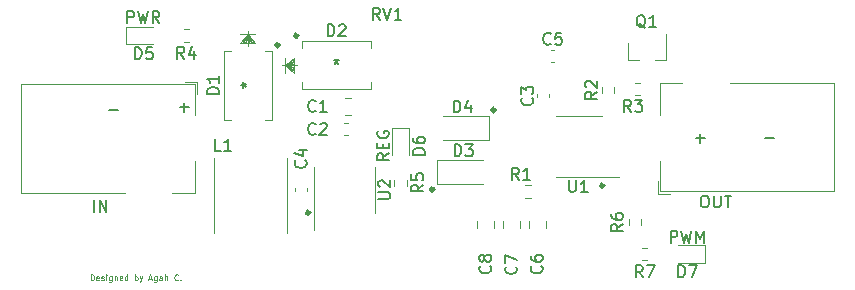
<source format=gbr>
%TF.GenerationSoftware,KiCad,Pcbnew,(5.1.10)-1*%
%TF.CreationDate,2021-09-15T21:12:31+02:00*%
%TF.ProjectId,Aquarium_LED_Dimmer,41717561-7269-4756-9d5f-4c45445f4469,rev?*%
%TF.SameCoordinates,Original*%
%TF.FileFunction,Legend,Top*%
%TF.FilePolarity,Positive*%
%FSLAX46Y46*%
G04 Gerber Fmt 4.6, Leading zero omitted, Abs format (unit mm)*
G04 Created by KiCad (PCBNEW (5.1.10)-1) date 2021-09-15 21:12:31*
%MOMM*%
%LPD*%
G01*
G04 APERTURE LIST*
%ADD10C,0.300000*%
%ADD11C,0.150000*%
%ADD12C,0.125000*%
%ADD13C,0.120000*%
G04 APERTURE END LIST*
D10*
X172141421Y-106700000D02*
G75*
G03*
X172141421Y-106700000I-141421J0D01*
G01*
X177341421Y-100000000D02*
G75*
G03*
X177341421Y-100000000I-141421J0D01*
G01*
D11*
X200219047Y-102371428D02*
X200980952Y-102371428D01*
X194319047Y-102371428D02*
X195080952Y-102371428D01*
X194700000Y-102752380D02*
X194700000Y-101990476D01*
X144619047Y-99971428D02*
X145380952Y-99971428D01*
X150619047Y-99771428D02*
X151380952Y-99771428D01*
X151000000Y-100152380D02*
X151000000Y-99390476D01*
D10*
X160641421Y-93700000D02*
G75*
G03*
X160641421Y-93700000I-141421J0D01*
G01*
X159041421Y-94500000D02*
G75*
G03*
X159041421Y-94500000I-141421J0D01*
G01*
X161641421Y-108700000D02*
G75*
G03*
X161641421Y-108700000I-141421J0D01*
G01*
X186541421Y-106400000D02*
G75*
G03*
X186541421Y-106400000I-141421J0D01*
G01*
D12*
X143090476Y-114426190D02*
X143090476Y-113926190D01*
X143209523Y-113926190D01*
X143280952Y-113950000D01*
X143328571Y-113997619D01*
X143352380Y-114045238D01*
X143376190Y-114140476D01*
X143376190Y-114211904D01*
X143352380Y-114307142D01*
X143328571Y-114354761D01*
X143280952Y-114402380D01*
X143209523Y-114426190D01*
X143090476Y-114426190D01*
X143780952Y-114402380D02*
X143733333Y-114426190D01*
X143638095Y-114426190D01*
X143590476Y-114402380D01*
X143566666Y-114354761D01*
X143566666Y-114164285D01*
X143590476Y-114116666D01*
X143638095Y-114092857D01*
X143733333Y-114092857D01*
X143780952Y-114116666D01*
X143804761Y-114164285D01*
X143804761Y-114211904D01*
X143566666Y-114259523D01*
X143995238Y-114402380D02*
X144042857Y-114426190D01*
X144138095Y-114426190D01*
X144185714Y-114402380D01*
X144209523Y-114354761D01*
X144209523Y-114330952D01*
X144185714Y-114283333D01*
X144138095Y-114259523D01*
X144066666Y-114259523D01*
X144019047Y-114235714D01*
X143995238Y-114188095D01*
X143995238Y-114164285D01*
X144019047Y-114116666D01*
X144066666Y-114092857D01*
X144138095Y-114092857D01*
X144185714Y-114116666D01*
X144423809Y-114426190D02*
X144423809Y-114092857D01*
X144423809Y-113926190D02*
X144400000Y-113950000D01*
X144423809Y-113973809D01*
X144447619Y-113950000D01*
X144423809Y-113926190D01*
X144423809Y-113973809D01*
X144876190Y-114092857D02*
X144876190Y-114497619D01*
X144852380Y-114545238D01*
X144828571Y-114569047D01*
X144780952Y-114592857D01*
X144709523Y-114592857D01*
X144661904Y-114569047D01*
X144876190Y-114402380D02*
X144828571Y-114426190D01*
X144733333Y-114426190D01*
X144685714Y-114402380D01*
X144661904Y-114378571D01*
X144638095Y-114330952D01*
X144638095Y-114188095D01*
X144661904Y-114140476D01*
X144685714Y-114116666D01*
X144733333Y-114092857D01*
X144828571Y-114092857D01*
X144876190Y-114116666D01*
X145114285Y-114092857D02*
X145114285Y-114426190D01*
X145114285Y-114140476D02*
X145138095Y-114116666D01*
X145185714Y-114092857D01*
X145257142Y-114092857D01*
X145304761Y-114116666D01*
X145328571Y-114164285D01*
X145328571Y-114426190D01*
X145757142Y-114402380D02*
X145709523Y-114426190D01*
X145614285Y-114426190D01*
X145566666Y-114402380D01*
X145542857Y-114354761D01*
X145542857Y-114164285D01*
X145566666Y-114116666D01*
X145614285Y-114092857D01*
X145709523Y-114092857D01*
X145757142Y-114116666D01*
X145780952Y-114164285D01*
X145780952Y-114211904D01*
X145542857Y-114259523D01*
X146209523Y-114426190D02*
X146209523Y-113926190D01*
X146209523Y-114402380D02*
X146161904Y-114426190D01*
X146066666Y-114426190D01*
X146019047Y-114402380D01*
X145995238Y-114378571D01*
X145971428Y-114330952D01*
X145971428Y-114188095D01*
X145995238Y-114140476D01*
X146019047Y-114116666D01*
X146066666Y-114092857D01*
X146161904Y-114092857D01*
X146209523Y-114116666D01*
X146828571Y-114426190D02*
X146828571Y-113926190D01*
X146828571Y-114116666D02*
X146876190Y-114092857D01*
X146971428Y-114092857D01*
X147019047Y-114116666D01*
X147042857Y-114140476D01*
X147066666Y-114188095D01*
X147066666Y-114330952D01*
X147042857Y-114378571D01*
X147019047Y-114402380D01*
X146971428Y-114426190D01*
X146876190Y-114426190D01*
X146828571Y-114402380D01*
X147233333Y-114092857D02*
X147352380Y-114426190D01*
X147471428Y-114092857D02*
X147352380Y-114426190D01*
X147304761Y-114545238D01*
X147280952Y-114569047D01*
X147233333Y-114592857D01*
X148019047Y-114283333D02*
X148257142Y-114283333D01*
X147971428Y-114426190D02*
X148138095Y-113926190D01*
X148304761Y-114426190D01*
X148685714Y-114092857D02*
X148685714Y-114497619D01*
X148661904Y-114545238D01*
X148638095Y-114569047D01*
X148590476Y-114592857D01*
X148519047Y-114592857D01*
X148471428Y-114569047D01*
X148685714Y-114402380D02*
X148638095Y-114426190D01*
X148542857Y-114426190D01*
X148495238Y-114402380D01*
X148471428Y-114378571D01*
X148447619Y-114330952D01*
X148447619Y-114188095D01*
X148471428Y-114140476D01*
X148495238Y-114116666D01*
X148542857Y-114092857D01*
X148638095Y-114092857D01*
X148685714Y-114116666D01*
X149138095Y-114426190D02*
X149138095Y-114164285D01*
X149114285Y-114116666D01*
X149066666Y-114092857D01*
X148971428Y-114092857D01*
X148923809Y-114116666D01*
X149138095Y-114402380D02*
X149090476Y-114426190D01*
X148971428Y-114426190D01*
X148923809Y-114402380D01*
X148900000Y-114354761D01*
X148900000Y-114307142D01*
X148923809Y-114259523D01*
X148971428Y-114235714D01*
X149090476Y-114235714D01*
X149138095Y-114211904D01*
X149376190Y-114426190D02*
X149376190Y-113926190D01*
X149590476Y-114426190D02*
X149590476Y-114164285D01*
X149566666Y-114116666D01*
X149519047Y-114092857D01*
X149447619Y-114092857D01*
X149400000Y-114116666D01*
X149376190Y-114140476D01*
X150495238Y-114378571D02*
X150471428Y-114402380D01*
X150400000Y-114426190D01*
X150352380Y-114426190D01*
X150280952Y-114402380D01*
X150233333Y-114354761D01*
X150209523Y-114307142D01*
X150185714Y-114211904D01*
X150185714Y-114140476D01*
X150209523Y-114045238D01*
X150233333Y-113997619D01*
X150280952Y-113950000D01*
X150352380Y-113926190D01*
X150400000Y-113926190D01*
X150471428Y-113950000D01*
X150495238Y-113973809D01*
X150709523Y-114378571D02*
X150733333Y-114402380D01*
X150709523Y-114426190D01*
X150685714Y-114402380D01*
X150709523Y-114378571D01*
X150709523Y-114426190D01*
D13*
%TO.C,R7*%
X189762742Y-112722500D02*
X190237258Y-112722500D01*
X189762742Y-111677500D02*
X190237258Y-111677500D01*
%TO.C,R6*%
X188677500Y-109262742D02*
X188677500Y-109737258D01*
X189722500Y-109262742D02*
X189722500Y-109737258D01*
%TO.C,R5*%
X169852500Y-106427258D02*
X169852500Y-105952742D01*
X168807500Y-106427258D02*
X168807500Y-105952742D01*
%TO.C,R4*%
X151437258Y-93177500D02*
X150962742Y-93177500D01*
X151437258Y-94222500D02*
X150962742Y-94222500D01*
%TO.C,D7*%
X195085000Y-111465000D02*
X192800000Y-111465000D01*
X195085000Y-112935000D02*
X195085000Y-111465000D01*
X192800000Y-112935000D02*
X195085000Y-112935000D01*
%TO.C,D6*%
X168585000Y-101545000D02*
X168585000Y-103830000D01*
X170055000Y-101545000D02*
X168585000Y-101545000D01*
X170055000Y-103830000D02*
X170055000Y-101545000D01*
%TO.C,D5*%
X146102500Y-94435000D02*
X148387500Y-94435000D01*
X146102500Y-92965000D02*
X146102500Y-94435000D01*
X148387500Y-92965000D02*
X146102500Y-92965000D01*
%TO.C,L1*%
X153500000Y-104100000D02*
X153500000Y-110400000D01*
X159700000Y-104100000D02*
X159700000Y-110400000D01*
%TO.C,C8*%
X175765000Y-109438748D02*
X175765000Y-109961252D01*
X177235000Y-109438748D02*
X177235000Y-109961252D01*
%TO.C,C7*%
X177965000Y-109438748D02*
X177965000Y-109961252D01*
X179435000Y-109438748D02*
X179435000Y-109961252D01*
%TO.C,C6*%
X180165000Y-109438748D02*
X180165000Y-109961252D01*
X181635000Y-109438748D02*
X181635000Y-109961252D01*
%TO.C,U2*%
X162040000Y-106750000D02*
X162040000Y-110200000D01*
X162040000Y-106750000D02*
X162040000Y-104800000D01*
X167160000Y-106750000D02*
X167160000Y-108700000D01*
X167160000Y-106750000D02*
X167160000Y-104800000D01*
%TO.C,U1*%
X184400000Y-105660000D02*
X187850000Y-105660000D01*
X184400000Y-105660000D02*
X182450000Y-105660000D01*
X184400000Y-100540000D02*
X186350000Y-100540000D01*
X184400000Y-100540000D02*
X182450000Y-100540000D01*
%TO.C,R3*%
X189162742Y-98722500D02*
X189637258Y-98722500D01*
X189162742Y-97677500D02*
X189637258Y-97677500D01*
%TO.C,R2*%
X186377500Y-98062742D02*
X186377500Y-98537258D01*
X187422500Y-98062742D02*
X187422500Y-98537258D01*
%TO.C,R1*%
X180337258Y-106377500D02*
X179862742Y-106377500D01*
X180337258Y-107422500D02*
X179862742Y-107422500D01*
%TO.C,Q1*%
X188620000Y-95760000D02*
X188620000Y-94300000D01*
X191780000Y-95760000D02*
X191780000Y-93600000D01*
X191780000Y-95760000D02*
X190850000Y-95760000D01*
X188620000Y-95760000D02*
X189550000Y-95760000D01*
%TO.C,OUT*%
X191300000Y-106900000D02*
X191300000Y-104300000D01*
X206000000Y-106900000D02*
X191300000Y-106900000D01*
X191300000Y-97700000D02*
X193200000Y-97700000D01*
X191300000Y-100400000D02*
X191300000Y-97700000D01*
X206000000Y-97700000D02*
X206000000Y-106900000D01*
X197200000Y-97700000D02*
X206000000Y-97700000D01*
X192150000Y-107100000D02*
X191100000Y-107100000D01*
X191100000Y-106050000D02*
X191100000Y-107100000D01*
%TO.C,IN*%
X151900000Y-97800000D02*
X151900000Y-100400000D01*
X137200000Y-97800000D02*
X151900000Y-97800000D01*
X151900000Y-107000000D02*
X150000000Y-107000000D01*
X151900000Y-104300000D02*
X151900000Y-107000000D01*
X137200000Y-107000000D02*
X137200000Y-97800000D01*
X146000000Y-107000000D02*
X137200000Y-107000000D01*
X151050000Y-97600000D02*
X152100000Y-97600000D01*
X152100000Y-98650000D02*
X152100000Y-97600000D01*
%TO.C,D4*%
X176850000Y-102500000D02*
X172950000Y-102500000D01*
X176850000Y-100500000D02*
X172950000Y-100500000D01*
X176850000Y-102500000D02*
X176850000Y-100500000D01*
%TO.C,D3*%
X172400000Y-104250000D02*
X176300000Y-104250000D01*
X172400000Y-106250000D02*
X176300000Y-106250000D01*
X172400000Y-104250000D02*
X172400000Y-106250000D01*
%TO.C,D2*%
X166821000Y-94787760D02*
X166821000Y-94168000D01*
X160979000Y-97612240D02*
X160979000Y-98232000D01*
X160979000Y-94168000D02*
X160979000Y-94787760D01*
X166821000Y-94168000D02*
X160979000Y-94168000D01*
X166821000Y-98232000D02*
X166821000Y-97612240D01*
X160979000Y-98232000D02*
X166821000Y-98232000D01*
X160344000Y-95565000D02*
X160344000Y-96835000D01*
X159582000Y-96200000D02*
X160344000Y-96327000D01*
X159582000Y-96200000D02*
X160344000Y-96454000D01*
X159582000Y-96200000D02*
X160344000Y-96581000D01*
X159582000Y-96200000D02*
X160344000Y-96708000D01*
X159582000Y-96200000D02*
X160344000Y-96835000D01*
X159582000Y-96200000D02*
X160344000Y-96073000D01*
X159582000Y-96200000D02*
X160344000Y-95946000D01*
X159582000Y-96200000D02*
X160344000Y-95819000D01*
X159582000Y-96200000D02*
X160344000Y-95692000D01*
X159582000Y-96200000D02*
X160344000Y-95565000D01*
X159582000Y-95565000D02*
X159582000Y-96835000D01*
X160598000Y-96200000D02*
X159328000Y-96200000D01*
%TO.C,D1*%
X157812240Y-100821000D02*
X158432000Y-100821000D01*
X154987760Y-94979000D02*
X154368000Y-94979000D01*
X158432000Y-94979000D02*
X157812240Y-94979000D01*
X158432000Y-100821000D02*
X158432000Y-94979000D01*
X154368000Y-100821000D02*
X154987760Y-100821000D01*
X154368000Y-94979000D02*
X154368000Y-100821000D01*
X157035000Y-94344000D02*
X155765000Y-94344000D01*
X156400000Y-93582000D02*
X156273000Y-94344000D01*
X156400000Y-93582000D02*
X156146000Y-94344000D01*
X156400000Y-93582000D02*
X156019000Y-94344000D01*
X156400000Y-93582000D02*
X155892000Y-94344000D01*
X156400000Y-93582000D02*
X155765000Y-94344000D01*
X156400000Y-93582000D02*
X156527000Y-94344000D01*
X156400000Y-93582000D02*
X156654000Y-94344000D01*
X156400000Y-93582000D02*
X156781000Y-94344000D01*
X156400000Y-93582000D02*
X156908000Y-94344000D01*
X156400000Y-93582000D02*
X157035000Y-94344000D01*
X157035000Y-93582000D02*
X155765000Y-93582000D01*
X156400000Y-94598000D02*
X156400000Y-93328000D01*
%TO.C,C5*%
X182059420Y-95960000D02*
X182340580Y-95960000D01*
X182059420Y-94940000D02*
X182340580Y-94940000D01*
%TO.C,C4*%
X160390000Y-106609420D02*
X160390000Y-106890580D01*
X161410000Y-106609420D02*
X161410000Y-106890580D01*
%TO.C,C3*%
X181910000Y-98940580D02*
X181910000Y-98659420D01*
X180890000Y-98940580D02*
X180890000Y-98659420D01*
%TO.C,C2*%
X164559420Y-102110000D02*
X164840580Y-102110000D01*
X164559420Y-101090000D02*
X164840580Y-101090000D01*
%TO.C,C1*%
X164638748Y-100435000D02*
X165161252Y-100435000D01*
X164638748Y-98965000D02*
X165161252Y-98965000D01*
%TO.C,RV1*%
D11*
X167594761Y-92362380D02*
X167261428Y-91886190D01*
X167023333Y-92362380D02*
X167023333Y-91362380D01*
X167404285Y-91362380D01*
X167499523Y-91410000D01*
X167547142Y-91457619D01*
X167594761Y-91552857D01*
X167594761Y-91695714D01*
X167547142Y-91790952D01*
X167499523Y-91838571D01*
X167404285Y-91886190D01*
X167023333Y-91886190D01*
X167880476Y-91362380D02*
X168213809Y-92362380D01*
X168547142Y-91362380D01*
X169404285Y-92362380D02*
X168832857Y-92362380D01*
X169118571Y-92362380D02*
X169118571Y-91362380D01*
X169023333Y-91505238D01*
X168928095Y-91600476D01*
X168832857Y-91648095D01*
%TO.C,R7*%
X189833333Y-114152380D02*
X189500000Y-113676190D01*
X189261904Y-114152380D02*
X189261904Y-113152380D01*
X189642857Y-113152380D01*
X189738095Y-113200000D01*
X189785714Y-113247619D01*
X189833333Y-113342857D01*
X189833333Y-113485714D01*
X189785714Y-113580952D01*
X189738095Y-113628571D01*
X189642857Y-113676190D01*
X189261904Y-113676190D01*
X190166666Y-113152380D02*
X190833333Y-113152380D01*
X190404761Y-114152380D01*
%TO.C,R6*%
X188152380Y-109666666D02*
X187676190Y-110000000D01*
X188152380Y-110238095D02*
X187152380Y-110238095D01*
X187152380Y-109857142D01*
X187200000Y-109761904D01*
X187247619Y-109714285D01*
X187342857Y-109666666D01*
X187485714Y-109666666D01*
X187580952Y-109714285D01*
X187628571Y-109761904D01*
X187676190Y-109857142D01*
X187676190Y-110238095D01*
X187152380Y-108809523D02*
X187152380Y-109000000D01*
X187200000Y-109095238D01*
X187247619Y-109142857D01*
X187390476Y-109238095D01*
X187580952Y-109285714D01*
X187961904Y-109285714D01*
X188057142Y-109238095D01*
X188104761Y-109190476D01*
X188152380Y-109095238D01*
X188152380Y-108904761D01*
X188104761Y-108809523D01*
X188057142Y-108761904D01*
X187961904Y-108714285D01*
X187723809Y-108714285D01*
X187628571Y-108761904D01*
X187580952Y-108809523D01*
X187533333Y-108904761D01*
X187533333Y-109095238D01*
X187580952Y-109190476D01*
X187628571Y-109238095D01*
X187723809Y-109285714D01*
%TO.C,R5*%
X171252380Y-106326666D02*
X170776190Y-106660000D01*
X171252380Y-106898095D02*
X170252380Y-106898095D01*
X170252380Y-106517142D01*
X170300000Y-106421904D01*
X170347619Y-106374285D01*
X170442857Y-106326666D01*
X170585714Y-106326666D01*
X170680952Y-106374285D01*
X170728571Y-106421904D01*
X170776190Y-106517142D01*
X170776190Y-106898095D01*
X170252380Y-105421904D02*
X170252380Y-105898095D01*
X170728571Y-105945714D01*
X170680952Y-105898095D01*
X170633333Y-105802857D01*
X170633333Y-105564761D01*
X170680952Y-105469523D01*
X170728571Y-105421904D01*
X170823809Y-105374285D01*
X171061904Y-105374285D01*
X171157142Y-105421904D01*
X171204761Y-105469523D01*
X171252380Y-105564761D01*
X171252380Y-105802857D01*
X171204761Y-105898095D01*
X171157142Y-105945714D01*
%TO.C,R4*%
X151013333Y-95652380D02*
X150680000Y-95176190D01*
X150441904Y-95652380D02*
X150441904Y-94652380D01*
X150822857Y-94652380D01*
X150918095Y-94700000D01*
X150965714Y-94747619D01*
X151013333Y-94842857D01*
X151013333Y-94985714D01*
X150965714Y-95080952D01*
X150918095Y-95128571D01*
X150822857Y-95176190D01*
X150441904Y-95176190D01*
X151870476Y-94985714D02*
X151870476Y-95652380D01*
X151632380Y-94604761D02*
X151394285Y-95319047D01*
X152013333Y-95319047D01*
%TO.C,D7*%
X192861904Y-114152380D02*
X192861904Y-113152380D01*
X193100000Y-113152380D01*
X193242857Y-113200000D01*
X193338095Y-113295238D01*
X193385714Y-113390476D01*
X193433333Y-113580952D01*
X193433333Y-113723809D01*
X193385714Y-113914285D01*
X193338095Y-114009523D01*
X193242857Y-114104761D01*
X193100000Y-114152380D01*
X192861904Y-114152380D01*
X193766666Y-113152380D02*
X194433333Y-113152380D01*
X194004761Y-114152380D01*
X192195238Y-111222380D02*
X192195238Y-110222380D01*
X192576190Y-110222380D01*
X192671428Y-110270000D01*
X192719047Y-110317619D01*
X192766666Y-110412857D01*
X192766666Y-110555714D01*
X192719047Y-110650952D01*
X192671428Y-110698571D01*
X192576190Y-110746190D01*
X192195238Y-110746190D01*
X193100000Y-110222380D02*
X193338095Y-111222380D01*
X193528571Y-110508095D01*
X193719047Y-111222380D01*
X193957142Y-110222380D01*
X194338095Y-111222380D02*
X194338095Y-110222380D01*
X194671428Y-110936666D01*
X195004761Y-110222380D01*
X195004761Y-111222380D01*
%TO.C,D6*%
X171372380Y-103768095D02*
X170372380Y-103768095D01*
X170372380Y-103530000D01*
X170420000Y-103387142D01*
X170515238Y-103291904D01*
X170610476Y-103244285D01*
X170800952Y-103196666D01*
X170943809Y-103196666D01*
X171134285Y-103244285D01*
X171229523Y-103291904D01*
X171324761Y-103387142D01*
X171372380Y-103530000D01*
X171372380Y-103768095D01*
X170372380Y-102339523D02*
X170372380Y-102530000D01*
X170420000Y-102625238D01*
X170467619Y-102672857D01*
X170610476Y-102768095D01*
X170800952Y-102815714D01*
X171181904Y-102815714D01*
X171277142Y-102768095D01*
X171324761Y-102720476D01*
X171372380Y-102625238D01*
X171372380Y-102434761D01*
X171324761Y-102339523D01*
X171277142Y-102291904D01*
X171181904Y-102244285D01*
X170943809Y-102244285D01*
X170848571Y-102291904D01*
X170800952Y-102339523D01*
X170753333Y-102434761D01*
X170753333Y-102625238D01*
X170800952Y-102720476D01*
X170848571Y-102768095D01*
X170943809Y-102815714D01*
X168342380Y-103672857D02*
X167866190Y-104006190D01*
X168342380Y-104244285D02*
X167342380Y-104244285D01*
X167342380Y-103863333D01*
X167390000Y-103768095D01*
X167437619Y-103720476D01*
X167532857Y-103672857D01*
X167675714Y-103672857D01*
X167770952Y-103720476D01*
X167818571Y-103768095D01*
X167866190Y-103863333D01*
X167866190Y-104244285D01*
X167818571Y-103244285D02*
X167818571Y-102910952D01*
X168342380Y-102768095D02*
X168342380Y-103244285D01*
X167342380Y-103244285D01*
X167342380Y-102768095D01*
X167390000Y-101815714D02*
X167342380Y-101910952D01*
X167342380Y-102053809D01*
X167390000Y-102196666D01*
X167485238Y-102291904D01*
X167580476Y-102339523D01*
X167770952Y-102387142D01*
X167913809Y-102387142D01*
X168104285Y-102339523D01*
X168199523Y-102291904D01*
X168294761Y-102196666D01*
X168342380Y-102053809D01*
X168342380Y-101958571D01*
X168294761Y-101815714D01*
X168247142Y-101768095D01*
X167913809Y-101768095D01*
X167913809Y-101958571D01*
%TO.C,D5*%
X146831904Y-95702380D02*
X146831904Y-94702380D01*
X147070000Y-94702380D01*
X147212857Y-94750000D01*
X147308095Y-94845238D01*
X147355714Y-94940476D01*
X147403333Y-95130952D01*
X147403333Y-95273809D01*
X147355714Y-95464285D01*
X147308095Y-95559523D01*
X147212857Y-95654761D01*
X147070000Y-95702380D01*
X146831904Y-95702380D01*
X148308095Y-94702380D02*
X147831904Y-94702380D01*
X147784285Y-95178571D01*
X147831904Y-95130952D01*
X147927142Y-95083333D01*
X148165238Y-95083333D01*
X148260476Y-95130952D01*
X148308095Y-95178571D01*
X148355714Y-95273809D01*
X148355714Y-95511904D01*
X148308095Y-95607142D01*
X148260476Y-95654761D01*
X148165238Y-95702380D01*
X147927142Y-95702380D01*
X147831904Y-95654761D01*
X147784285Y-95607142D01*
X146196666Y-92622380D02*
X146196666Y-91622380D01*
X146577619Y-91622380D01*
X146672857Y-91670000D01*
X146720476Y-91717619D01*
X146768095Y-91812857D01*
X146768095Y-91955714D01*
X146720476Y-92050952D01*
X146672857Y-92098571D01*
X146577619Y-92146190D01*
X146196666Y-92146190D01*
X147101428Y-91622380D02*
X147339523Y-92622380D01*
X147530000Y-91908095D01*
X147720476Y-92622380D01*
X147958571Y-91622380D01*
X148910952Y-92622380D02*
X148577619Y-92146190D01*
X148339523Y-92622380D02*
X148339523Y-91622380D01*
X148720476Y-91622380D01*
X148815714Y-91670000D01*
X148863333Y-91717619D01*
X148910952Y-91812857D01*
X148910952Y-91955714D01*
X148863333Y-92050952D01*
X148815714Y-92098571D01*
X148720476Y-92146190D01*
X148339523Y-92146190D01*
%TO.C,L1*%
X154133333Y-103452380D02*
X153657142Y-103452380D01*
X153657142Y-102452380D01*
X154990476Y-103452380D02*
X154419047Y-103452380D01*
X154704761Y-103452380D02*
X154704761Y-102452380D01*
X154609523Y-102595238D01*
X154514285Y-102690476D01*
X154419047Y-102738095D01*
%TO.C,C8*%
X176907142Y-113216666D02*
X176954761Y-113264285D01*
X177002380Y-113407142D01*
X177002380Y-113502380D01*
X176954761Y-113645238D01*
X176859523Y-113740476D01*
X176764285Y-113788095D01*
X176573809Y-113835714D01*
X176430952Y-113835714D01*
X176240476Y-113788095D01*
X176145238Y-113740476D01*
X176050000Y-113645238D01*
X176002380Y-113502380D01*
X176002380Y-113407142D01*
X176050000Y-113264285D01*
X176097619Y-113216666D01*
X176430952Y-112645238D02*
X176383333Y-112740476D01*
X176335714Y-112788095D01*
X176240476Y-112835714D01*
X176192857Y-112835714D01*
X176097619Y-112788095D01*
X176050000Y-112740476D01*
X176002380Y-112645238D01*
X176002380Y-112454761D01*
X176050000Y-112359523D01*
X176097619Y-112311904D01*
X176192857Y-112264285D01*
X176240476Y-112264285D01*
X176335714Y-112311904D01*
X176383333Y-112359523D01*
X176430952Y-112454761D01*
X176430952Y-112645238D01*
X176478571Y-112740476D01*
X176526190Y-112788095D01*
X176621428Y-112835714D01*
X176811904Y-112835714D01*
X176907142Y-112788095D01*
X176954761Y-112740476D01*
X177002380Y-112645238D01*
X177002380Y-112454761D01*
X176954761Y-112359523D01*
X176907142Y-112311904D01*
X176811904Y-112264285D01*
X176621428Y-112264285D01*
X176526190Y-112311904D01*
X176478571Y-112359523D01*
X176430952Y-112454761D01*
%TO.C,C7*%
X179077142Y-113256666D02*
X179124761Y-113304285D01*
X179172380Y-113447142D01*
X179172380Y-113542380D01*
X179124761Y-113685238D01*
X179029523Y-113780476D01*
X178934285Y-113828095D01*
X178743809Y-113875714D01*
X178600952Y-113875714D01*
X178410476Y-113828095D01*
X178315238Y-113780476D01*
X178220000Y-113685238D01*
X178172380Y-113542380D01*
X178172380Y-113447142D01*
X178220000Y-113304285D01*
X178267619Y-113256666D01*
X178172380Y-112923333D02*
X178172380Y-112256666D01*
X179172380Y-112685238D01*
%TO.C,C6*%
X181257142Y-113216666D02*
X181304761Y-113264285D01*
X181352380Y-113407142D01*
X181352380Y-113502380D01*
X181304761Y-113645238D01*
X181209523Y-113740476D01*
X181114285Y-113788095D01*
X180923809Y-113835714D01*
X180780952Y-113835714D01*
X180590476Y-113788095D01*
X180495238Y-113740476D01*
X180400000Y-113645238D01*
X180352380Y-113502380D01*
X180352380Y-113407142D01*
X180400000Y-113264285D01*
X180447619Y-113216666D01*
X180352380Y-112359523D02*
X180352380Y-112550000D01*
X180400000Y-112645238D01*
X180447619Y-112692857D01*
X180590476Y-112788095D01*
X180780952Y-112835714D01*
X181161904Y-112835714D01*
X181257142Y-112788095D01*
X181304761Y-112740476D01*
X181352380Y-112645238D01*
X181352380Y-112454761D01*
X181304761Y-112359523D01*
X181257142Y-112311904D01*
X181161904Y-112264285D01*
X180923809Y-112264285D01*
X180828571Y-112311904D01*
X180780952Y-112359523D01*
X180733333Y-112454761D01*
X180733333Y-112645238D01*
X180780952Y-112740476D01*
X180828571Y-112788095D01*
X180923809Y-112835714D01*
%TO.C,U2*%
X167452380Y-107511904D02*
X168261904Y-107511904D01*
X168357142Y-107464285D01*
X168404761Y-107416666D01*
X168452380Y-107321428D01*
X168452380Y-107130952D01*
X168404761Y-107035714D01*
X168357142Y-106988095D01*
X168261904Y-106940476D01*
X167452380Y-106940476D01*
X167547619Y-106511904D02*
X167500000Y-106464285D01*
X167452380Y-106369047D01*
X167452380Y-106130952D01*
X167500000Y-106035714D01*
X167547619Y-105988095D01*
X167642857Y-105940476D01*
X167738095Y-105940476D01*
X167880952Y-105988095D01*
X168452380Y-106559523D01*
X168452380Y-105940476D01*
%TO.C,U1*%
X183588095Y-105942380D02*
X183588095Y-106751904D01*
X183635714Y-106847142D01*
X183683333Y-106894761D01*
X183778571Y-106942380D01*
X183969047Y-106942380D01*
X184064285Y-106894761D01*
X184111904Y-106847142D01*
X184159523Y-106751904D01*
X184159523Y-105942380D01*
X185159523Y-106942380D02*
X184588095Y-106942380D01*
X184873809Y-106942380D02*
X184873809Y-105942380D01*
X184778571Y-106085238D01*
X184683333Y-106180476D01*
X184588095Y-106228095D01*
%TO.C,R3*%
X188833333Y-100152380D02*
X188500000Y-99676190D01*
X188261904Y-100152380D02*
X188261904Y-99152380D01*
X188642857Y-99152380D01*
X188738095Y-99200000D01*
X188785714Y-99247619D01*
X188833333Y-99342857D01*
X188833333Y-99485714D01*
X188785714Y-99580952D01*
X188738095Y-99628571D01*
X188642857Y-99676190D01*
X188261904Y-99676190D01*
X189166666Y-99152380D02*
X189785714Y-99152380D01*
X189452380Y-99533333D01*
X189595238Y-99533333D01*
X189690476Y-99580952D01*
X189738095Y-99628571D01*
X189785714Y-99723809D01*
X189785714Y-99961904D01*
X189738095Y-100057142D01*
X189690476Y-100104761D01*
X189595238Y-100152380D01*
X189309523Y-100152380D01*
X189214285Y-100104761D01*
X189166666Y-100057142D01*
%TO.C,R2*%
X185952380Y-98466666D02*
X185476190Y-98800000D01*
X185952380Y-99038095D02*
X184952380Y-99038095D01*
X184952380Y-98657142D01*
X185000000Y-98561904D01*
X185047619Y-98514285D01*
X185142857Y-98466666D01*
X185285714Y-98466666D01*
X185380952Y-98514285D01*
X185428571Y-98561904D01*
X185476190Y-98657142D01*
X185476190Y-99038095D01*
X185047619Y-98085714D02*
X185000000Y-98038095D01*
X184952380Y-97942857D01*
X184952380Y-97704761D01*
X185000000Y-97609523D01*
X185047619Y-97561904D01*
X185142857Y-97514285D01*
X185238095Y-97514285D01*
X185380952Y-97561904D01*
X185952380Y-98133333D01*
X185952380Y-97514285D01*
%TO.C,R1*%
X179333333Y-105902380D02*
X179000000Y-105426190D01*
X178761904Y-105902380D02*
X178761904Y-104902380D01*
X179142857Y-104902380D01*
X179238095Y-104950000D01*
X179285714Y-104997619D01*
X179333333Y-105092857D01*
X179333333Y-105235714D01*
X179285714Y-105330952D01*
X179238095Y-105378571D01*
X179142857Y-105426190D01*
X178761904Y-105426190D01*
X180285714Y-105902380D02*
X179714285Y-105902380D01*
X180000000Y-105902380D02*
X180000000Y-104902380D01*
X179904761Y-105045238D01*
X179809523Y-105140476D01*
X179714285Y-105188095D01*
%TO.C,Q1*%
X190054761Y-93047619D02*
X189959523Y-93000000D01*
X189864285Y-92904761D01*
X189721428Y-92761904D01*
X189626190Y-92714285D01*
X189530952Y-92714285D01*
X189578571Y-92952380D02*
X189483333Y-92904761D01*
X189388095Y-92809523D01*
X189340476Y-92619047D01*
X189340476Y-92285714D01*
X189388095Y-92095238D01*
X189483333Y-92000000D01*
X189578571Y-91952380D01*
X189769047Y-91952380D01*
X189864285Y-92000000D01*
X189959523Y-92095238D01*
X190007142Y-92285714D01*
X190007142Y-92619047D01*
X189959523Y-92809523D01*
X189864285Y-92904761D01*
X189769047Y-92952380D01*
X189578571Y-92952380D01*
X190959523Y-92952380D02*
X190388095Y-92952380D01*
X190673809Y-92952380D02*
X190673809Y-91952380D01*
X190578571Y-92095238D01*
X190483333Y-92190476D01*
X190388095Y-92238095D01*
%TO.C,OUT*%
X195000000Y-107252380D02*
X195190476Y-107252380D01*
X195285714Y-107300000D01*
X195380952Y-107395238D01*
X195428571Y-107585714D01*
X195428571Y-107919047D01*
X195380952Y-108109523D01*
X195285714Y-108204761D01*
X195190476Y-108252380D01*
X195000000Y-108252380D01*
X194904761Y-108204761D01*
X194809523Y-108109523D01*
X194761904Y-107919047D01*
X194761904Y-107585714D01*
X194809523Y-107395238D01*
X194904761Y-107300000D01*
X195000000Y-107252380D01*
X195857142Y-107252380D02*
X195857142Y-108061904D01*
X195904761Y-108157142D01*
X195952380Y-108204761D01*
X196047619Y-108252380D01*
X196238095Y-108252380D01*
X196333333Y-108204761D01*
X196380952Y-108157142D01*
X196428571Y-108061904D01*
X196428571Y-107252380D01*
X196761904Y-107252380D02*
X197333333Y-107252380D01*
X197047619Y-108252380D02*
X197047619Y-107252380D01*
%TO.C,IN*%
X143376190Y-108652380D02*
X143376190Y-107652380D01*
X143852380Y-108652380D02*
X143852380Y-107652380D01*
X144423809Y-108652380D01*
X144423809Y-107652380D01*
%TO.C,D4*%
X173831904Y-100202380D02*
X173831904Y-99202380D01*
X174070000Y-99202380D01*
X174212857Y-99250000D01*
X174308095Y-99345238D01*
X174355714Y-99440476D01*
X174403333Y-99630952D01*
X174403333Y-99773809D01*
X174355714Y-99964285D01*
X174308095Y-100059523D01*
X174212857Y-100154761D01*
X174070000Y-100202380D01*
X173831904Y-100202380D01*
X175260476Y-99535714D02*
X175260476Y-100202380D01*
X175022380Y-99154761D02*
X174784285Y-99869047D01*
X175403333Y-99869047D01*
%TO.C,D3*%
X173911904Y-103902380D02*
X173911904Y-102902380D01*
X174150000Y-102902380D01*
X174292857Y-102950000D01*
X174388095Y-103045238D01*
X174435714Y-103140476D01*
X174483333Y-103330952D01*
X174483333Y-103473809D01*
X174435714Y-103664285D01*
X174388095Y-103759523D01*
X174292857Y-103854761D01*
X174150000Y-103902380D01*
X173911904Y-103902380D01*
X174816666Y-102902380D02*
X175435714Y-102902380D01*
X175102380Y-103283333D01*
X175245238Y-103283333D01*
X175340476Y-103330952D01*
X175388095Y-103378571D01*
X175435714Y-103473809D01*
X175435714Y-103711904D01*
X175388095Y-103807142D01*
X175340476Y-103854761D01*
X175245238Y-103902380D01*
X174959523Y-103902380D01*
X174864285Y-103854761D01*
X174816666Y-103807142D01*
%TO.C,D2*%
X163161904Y-93752380D02*
X163161904Y-92752380D01*
X163400000Y-92752380D01*
X163542857Y-92800000D01*
X163638095Y-92895238D01*
X163685714Y-92990476D01*
X163733333Y-93180952D01*
X163733333Y-93323809D01*
X163685714Y-93514285D01*
X163638095Y-93609523D01*
X163542857Y-93704761D01*
X163400000Y-93752380D01*
X163161904Y-93752380D01*
X164114285Y-92847619D02*
X164161904Y-92800000D01*
X164257142Y-92752380D01*
X164495238Y-92752380D01*
X164590476Y-92800000D01*
X164638095Y-92847619D01*
X164685714Y-92942857D01*
X164685714Y-93038095D01*
X164638095Y-93180952D01*
X164066666Y-93752380D01*
X164685714Y-93752380D01*
X163900000Y-95652380D02*
X163900000Y-95890476D01*
X163661904Y-95795238D02*
X163900000Y-95890476D01*
X164138095Y-95795238D01*
X163757142Y-96080952D02*
X163900000Y-95890476D01*
X164042857Y-96080952D01*
%TO.C,D1*%
X153952380Y-98638095D02*
X152952380Y-98638095D01*
X152952380Y-98400000D01*
X153000000Y-98257142D01*
X153095238Y-98161904D01*
X153190476Y-98114285D01*
X153380952Y-98066666D01*
X153523809Y-98066666D01*
X153714285Y-98114285D01*
X153809523Y-98161904D01*
X153904761Y-98257142D01*
X153952380Y-98400000D01*
X153952380Y-98638095D01*
X153952380Y-97114285D02*
X153952380Y-97685714D01*
X153952380Y-97400000D02*
X152952380Y-97400000D01*
X153095238Y-97495238D01*
X153190476Y-97590476D01*
X153238095Y-97685714D01*
X155852380Y-97900000D02*
X156090476Y-97900000D01*
X155995238Y-98138095D02*
X156090476Y-97900000D01*
X155995238Y-97661904D01*
X156280952Y-98042857D02*
X156090476Y-97900000D01*
X156280952Y-97757142D01*
%TO.C,C5*%
X182033333Y-94377142D02*
X181985714Y-94424761D01*
X181842857Y-94472380D01*
X181747619Y-94472380D01*
X181604761Y-94424761D01*
X181509523Y-94329523D01*
X181461904Y-94234285D01*
X181414285Y-94043809D01*
X181414285Y-93900952D01*
X181461904Y-93710476D01*
X181509523Y-93615238D01*
X181604761Y-93520000D01*
X181747619Y-93472380D01*
X181842857Y-93472380D01*
X181985714Y-93520000D01*
X182033333Y-93567619D01*
X182938095Y-93472380D02*
X182461904Y-93472380D01*
X182414285Y-93948571D01*
X182461904Y-93900952D01*
X182557142Y-93853333D01*
X182795238Y-93853333D01*
X182890476Y-93900952D01*
X182938095Y-93948571D01*
X182985714Y-94043809D01*
X182985714Y-94281904D01*
X182938095Y-94377142D01*
X182890476Y-94424761D01*
X182795238Y-94472380D01*
X182557142Y-94472380D01*
X182461904Y-94424761D01*
X182414285Y-94377142D01*
%TO.C,C4*%
X161277142Y-104266666D02*
X161324761Y-104314285D01*
X161372380Y-104457142D01*
X161372380Y-104552380D01*
X161324761Y-104695238D01*
X161229523Y-104790476D01*
X161134285Y-104838095D01*
X160943809Y-104885714D01*
X160800952Y-104885714D01*
X160610476Y-104838095D01*
X160515238Y-104790476D01*
X160420000Y-104695238D01*
X160372380Y-104552380D01*
X160372380Y-104457142D01*
X160420000Y-104314285D01*
X160467619Y-104266666D01*
X160705714Y-103409523D02*
X161372380Y-103409523D01*
X160324761Y-103647619D02*
X161039047Y-103885714D01*
X161039047Y-103266666D01*
%TO.C,C3*%
X180457142Y-98966666D02*
X180504761Y-99014285D01*
X180552380Y-99157142D01*
X180552380Y-99252380D01*
X180504761Y-99395238D01*
X180409523Y-99490476D01*
X180314285Y-99538095D01*
X180123809Y-99585714D01*
X179980952Y-99585714D01*
X179790476Y-99538095D01*
X179695238Y-99490476D01*
X179600000Y-99395238D01*
X179552380Y-99252380D01*
X179552380Y-99157142D01*
X179600000Y-99014285D01*
X179647619Y-98966666D01*
X179552380Y-98633333D02*
X179552380Y-98014285D01*
X179933333Y-98347619D01*
X179933333Y-98204761D01*
X179980952Y-98109523D01*
X180028571Y-98061904D01*
X180123809Y-98014285D01*
X180361904Y-98014285D01*
X180457142Y-98061904D01*
X180504761Y-98109523D01*
X180552380Y-98204761D01*
X180552380Y-98490476D01*
X180504761Y-98585714D01*
X180457142Y-98633333D01*
%TO.C,C2*%
X162133333Y-102007142D02*
X162085714Y-102054761D01*
X161942857Y-102102380D01*
X161847619Y-102102380D01*
X161704761Y-102054761D01*
X161609523Y-101959523D01*
X161561904Y-101864285D01*
X161514285Y-101673809D01*
X161514285Y-101530952D01*
X161561904Y-101340476D01*
X161609523Y-101245238D01*
X161704761Y-101150000D01*
X161847619Y-101102380D01*
X161942857Y-101102380D01*
X162085714Y-101150000D01*
X162133333Y-101197619D01*
X162514285Y-101197619D02*
X162561904Y-101150000D01*
X162657142Y-101102380D01*
X162895238Y-101102380D01*
X162990476Y-101150000D01*
X163038095Y-101197619D01*
X163085714Y-101292857D01*
X163085714Y-101388095D01*
X163038095Y-101530952D01*
X162466666Y-102102380D01*
X163085714Y-102102380D01*
%TO.C,C1*%
X162133333Y-100057142D02*
X162085714Y-100104761D01*
X161942857Y-100152380D01*
X161847619Y-100152380D01*
X161704761Y-100104761D01*
X161609523Y-100009523D01*
X161561904Y-99914285D01*
X161514285Y-99723809D01*
X161514285Y-99580952D01*
X161561904Y-99390476D01*
X161609523Y-99295238D01*
X161704761Y-99200000D01*
X161847619Y-99152380D01*
X161942857Y-99152380D01*
X162085714Y-99200000D01*
X162133333Y-99247619D01*
X163085714Y-100152380D02*
X162514285Y-100152380D01*
X162800000Y-100152380D02*
X162800000Y-99152380D01*
X162704761Y-99295238D01*
X162609523Y-99390476D01*
X162514285Y-99438095D01*
%TD*%
M02*

</source>
